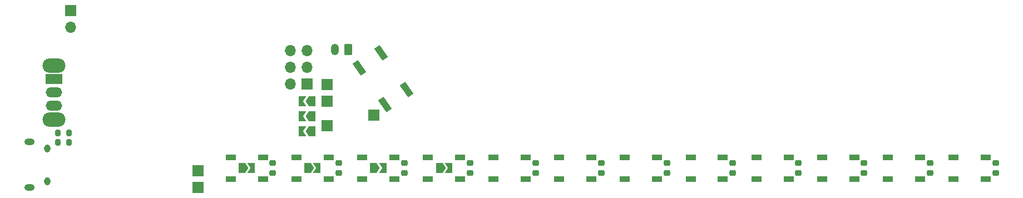
<source format=gbr>
%TF.GenerationSoftware,KiCad,Pcbnew,7.0.5-0*%
%TF.CreationDate,2024-04-07T22:52:52-06:00*%
%TF.ProjectId,rainbow-music-pegasus,7261696e-626f-4772-9d6d-757369632d70,rev?*%
%TF.SameCoordinates,Original*%
%TF.FileFunction,Soldermask,Bot*%
%TF.FilePolarity,Negative*%
%FSLAX46Y46*%
G04 Gerber Fmt 4.6, Leading zero omitted, Abs format (unit mm)*
G04 Created by KiCad (PCBNEW 7.0.5-0) date 2024-04-07 22:52:52*
%MOMM*%
%LPD*%
G01*
G04 APERTURE LIST*
G04 Aperture macros list*
%AMRoundRect*
0 Rectangle with rounded corners*
0 $1 Rounding radius*
0 $2 $3 $4 $5 $6 $7 $8 $9 X,Y pos of 4 corners*
0 Add a 4 corners polygon primitive as box body*
4,1,4,$2,$3,$4,$5,$6,$7,$8,$9,$2,$3,0*
0 Add four circle primitives for the rounded corners*
1,1,$1+$1,$2,$3*
1,1,$1+$1,$4,$5*
1,1,$1+$1,$6,$7*
1,1,$1+$1,$8,$9*
0 Add four rect primitives between the rounded corners*
20,1,$1+$1,$2,$3,$4,$5,0*
20,1,$1+$1,$4,$5,$6,$7,0*
20,1,$1+$1,$6,$7,$8,$9,0*
20,1,$1+$1,$8,$9,$2,$3,0*%
%AMRotRect*
0 Rectangle, with rotation*
0 The origin of the aperture is its center*
0 $1 length*
0 $2 width*
0 $3 Rotation angle, in degrees counterclockwise*
0 Add horizontal line*
21,1,$1,$2,0,0,$3*%
%AMFreePoly0*
4,1,6,1.000000,0.000000,0.500000,-0.750000,-0.500000,-0.750000,-0.500000,0.750000,0.500000,0.750000,1.000000,0.000000,1.000000,0.000000,$1*%
%AMFreePoly1*
4,1,6,0.500000,-0.750000,-0.650000,-0.750000,-0.150000,0.000000,-0.650000,0.750000,0.500000,0.750000,0.500000,-0.750000,0.500000,-0.750000,$1*%
G04 Aperture macros list end*
%ADD10O,3.500000X2.200000*%
%ADD11R,2.500000X1.500000*%
%ADD12O,2.500000X1.500000*%
%ADD13R,1.700000X1.700000*%
%ADD14O,1.200000X1.750000*%
%ADD15RoundRect,0.250000X0.350000X0.625000X-0.350000X0.625000X-0.350000X-0.625000X0.350000X-0.625000X0*%
%ADD16O,1.700000X1.700000*%
%ADD17O,1.550000X1.000000*%
%ADD18O,0.950000X1.250000*%
%ADD19RotRect,2.200000X1.000000X125.000000*%
%ADD20R,1.500000X0.900000*%
%ADD21FreePoly0,0.000000*%
%ADD22FreePoly1,0.000000*%
%ADD23RoundRect,0.225000X0.250000X-0.225000X0.250000X0.225000X-0.250000X0.225000X-0.250000X-0.225000X0*%
%ADD24FreePoly1,180.000000*%
%ADD25FreePoly0,180.000000*%
%ADD26RoundRect,0.200000X0.200000X0.275000X-0.200000X0.275000X-0.200000X-0.275000X0.200000X-0.275000X0*%
%ADD27RoundRect,0.200000X-0.200000X-0.275000X0.200000X-0.275000X0.200000X0.275000X-0.200000X0.275000X0*%
G04 APERTURE END LIST*
D10*
%TO.C,SW1*%
X86397500Y-84990000D03*
D11*
X86397500Y-87090000D03*
D12*
X86397500Y-89090000D03*
X86397500Y-91090000D03*
D10*
X86397500Y-93190000D03*
%TD*%
D13*
%TO.C,TP5*%
X128008884Y-87901000D03*
%TD*%
D14*
%TO.C,J3*%
X129208000Y-82541000D03*
D15*
X131208000Y-82541000D03*
%TD*%
D16*
%TO.C,J2*%
X122408000Y-82771000D03*
X124948000Y-82771000D03*
X122408000Y-85311000D03*
X124948000Y-85311000D03*
X122408000Y-87851000D03*
D13*
X124948000Y-87851000D03*
%TD*%
%TO.C,TP1*%
X128008884Y-94176000D03*
%TD*%
%TO.C,TP3*%
X108400000Y-103600000D03*
%TD*%
%TO.C,TP2*%
X108400000Y-101000000D03*
%TD*%
%TO.C,TP4*%
X128008884Y-90401000D03*
%TD*%
%TO.C,MK1*%
X88947500Y-76600000D03*
D16*
X88947500Y-79140000D03*
%TD*%
D13*
%TO.C,TP6*%
X135158000Y-92521000D03*
%TD*%
D17*
%TO.C,J1*%
X82710000Y-96600000D03*
D18*
X85410000Y-97600000D03*
X85410000Y-102600000D03*
D17*
X82710000Y-103600000D03*
%TD*%
D19*
%TO.C,SW2*%
X132910420Y-85383036D03*
X136810740Y-90953270D03*
X136187028Y-83088730D03*
X140087348Y-88658964D03*
%TD*%
D20*
%TO.C,D16*%
X188250000Y-98950000D03*
X188250000Y-102250000D03*
X183350000Y-102250000D03*
X183350000Y-98950000D03*
%TD*%
D21*
%TO.C,JP1*%
X115075000Y-100600000D03*
D22*
X116525000Y-100600000D03*
%TD*%
D21*
%TO.C,JP2*%
X125075000Y-100600000D03*
D22*
X126525000Y-100600000D03*
%TD*%
D23*
%TO.C,C28*%
X199747500Y-101375000D03*
X199747500Y-99825000D03*
%TD*%
D20*
%TO.C,D2*%
X118250000Y-98950000D03*
X118250000Y-102250000D03*
X113350000Y-102250000D03*
X113350000Y-98950000D03*
%TD*%
D24*
%TO.C,JP7*%
X124235000Y-95001000D03*
D25*
X125685000Y-95001000D03*
%TD*%
D23*
%TO.C,C12*%
X119747500Y-101375000D03*
X119747500Y-99825000D03*
%TD*%
D20*
%TO.C,D14*%
X178250000Y-98950000D03*
X178250000Y-102250000D03*
X173350000Y-102250000D03*
X173350000Y-98950000D03*
%TD*%
D24*
%TO.C,JP5*%
X124235000Y-90451000D03*
D25*
X125685000Y-90451000D03*
%TD*%
D20*
%TO.C,D10*%
X158250000Y-98950000D03*
X158250000Y-102250000D03*
X153350000Y-102250000D03*
X153350000Y-98950000D03*
%TD*%
D23*
%TO.C,C22*%
X169747500Y-101375000D03*
X169747500Y-99825000D03*
%TD*%
D20*
%TO.C,D22*%
X218250000Y-98950000D03*
X218250000Y-102250000D03*
X213350000Y-102250000D03*
X213350000Y-98950000D03*
%TD*%
D23*
%TO.C,C18*%
X149747500Y-101375000D03*
X149747500Y-99825000D03*
%TD*%
%TO.C,C32*%
X219760000Y-101375000D03*
X219760000Y-99825000D03*
%TD*%
D20*
%TO.C,D12*%
X168250000Y-98950000D03*
X168250000Y-102250000D03*
X163350000Y-102250000D03*
X163350000Y-98950000D03*
%TD*%
D23*
%TO.C,C14*%
X129747500Y-101375000D03*
X129747500Y-99825000D03*
%TD*%
D20*
%TO.C,D8*%
X148250000Y-98950000D03*
X148250000Y-102250000D03*
X143350000Y-102250000D03*
X143350000Y-98950000D03*
%TD*%
%TO.C,D4*%
X128250000Y-98950000D03*
X128250000Y-102250000D03*
X123350000Y-102250000D03*
X123350000Y-98950000D03*
%TD*%
D23*
%TO.C,C34*%
X229750000Y-101375000D03*
X229750000Y-99825000D03*
%TD*%
%TO.C,C26*%
X179747500Y-101375000D03*
X179747500Y-99825000D03*
%TD*%
%TO.C,C30*%
X209750000Y-101375000D03*
X209750000Y-99825000D03*
%TD*%
D21*
%TO.C,JP3*%
X135075000Y-100600000D03*
D22*
X136525000Y-100600000D03*
%TD*%
D23*
%TO.C,C20*%
X159747500Y-101375000D03*
X159747500Y-99825000D03*
%TD*%
D20*
%TO.C,D18*%
X198250000Y-98950000D03*
X198250000Y-102250000D03*
X193350000Y-102250000D03*
X193350000Y-98950000D03*
%TD*%
D23*
%TO.C,C24*%
X189747500Y-101375000D03*
X189747500Y-99825000D03*
%TD*%
D26*
%TO.C,R15*%
X88712500Y-96710000D03*
X87062500Y-96710000D03*
%TD*%
D23*
%TO.C,C16*%
X139747500Y-101375000D03*
X139747500Y-99825000D03*
%TD*%
D20*
%TO.C,D6*%
X138250000Y-98950000D03*
X138250000Y-102250000D03*
X133350000Y-102250000D03*
X133350000Y-98950000D03*
%TD*%
%TO.C,D24*%
X228250000Y-98950000D03*
X228250000Y-102250000D03*
X223350000Y-102250000D03*
X223350000Y-98950000D03*
%TD*%
D21*
%TO.C,JP4*%
X145075000Y-100600000D03*
D22*
X146525000Y-100600000D03*
%TD*%
D27*
%TO.C,R16*%
X87062500Y-95240000D03*
X88712500Y-95240000D03*
%TD*%
D20*
%TO.C,D20*%
X208250000Y-98950000D03*
X208250000Y-102250000D03*
X203350000Y-102250000D03*
X203350000Y-98950000D03*
%TD*%
D24*
%TO.C,JP6*%
X124235000Y-92726000D03*
D25*
X125685000Y-92726000D03*
%TD*%
M02*

</source>
